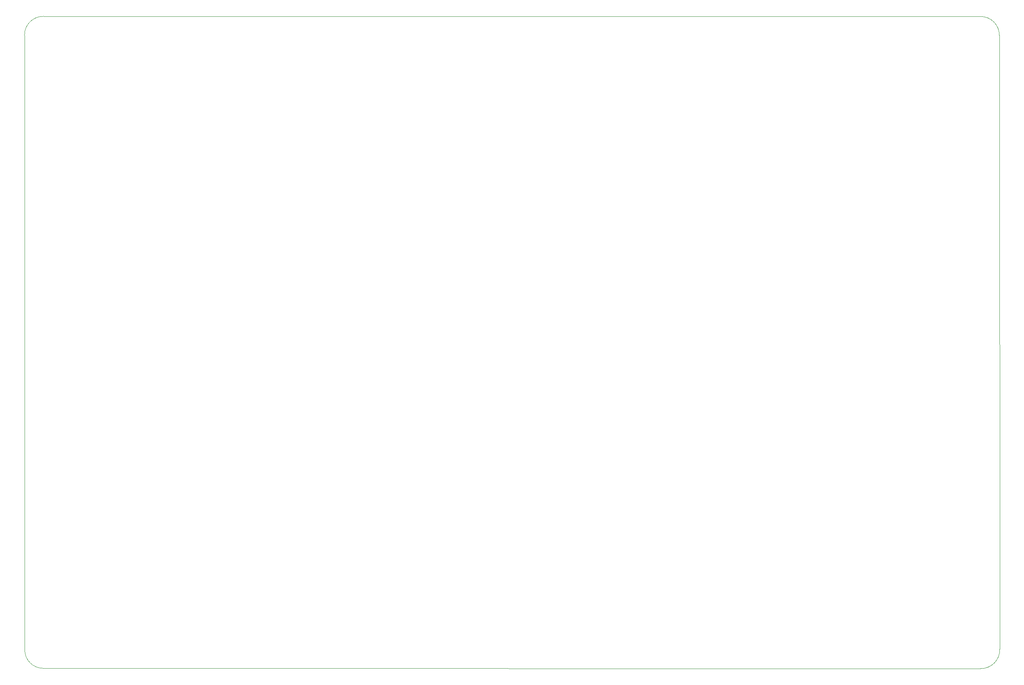
<source format=gbr>
%TF.GenerationSoftware,KiCad,Pcbnew,7.0.7*%
%TF.CreationDate,2023-11-08T23:07:50-06:00*%
%TF.ProjectId,PowerBoard_2024,506f7765-7242-46f6-9172-645f32303234,rev?*%
%TF.SameCoordinates,Original*%
%TF.FileFunction,Profile,NP*%
%FSLAX46Y46*%
G04 Gerber Fmt 4.6, Leading zero omitted, Abs format (unit mm)*
G04 Created by KiCad (PCBNEW 7.0.7) date 2023-11-08 23:07:50*
%MOMM*%
%LPD*%
G01*
G04 APERTURE LIST*
%TA.AperFunction,Profile*%
%ADD10C,0.050000*%
%TD*%
G04 APERTURE END LIST*
D10*
X377351168Y-104291972D02*
G75*
G03*
X373303800Y-100228400I-4022468J40972D01*
G01*
X377351168Y-104291972D02*
X377445431Y-237642400D01*
X165995753Y-237667965D02*
G75*
G03*
X170103800Y-241782598I4016647J-97835D01*
G01*
X373303765Y-241835270D02*
X170103800Y-241782599D01*
X373303764Y-241835342D02*
G75*
G03*
X377445431Y-237642400I73436J4069442D01*
G01*
X165941066Y-104317800D02*
X165989000Y-237667800D01*
X170103800Y-100187002D02*
G75*
G03*
X165941067Y-104317800I-98100J-4063998D01*
G01*
X170103800Y-100187000D02*
X373303800Y-100228400D01*
M02*

</source>
